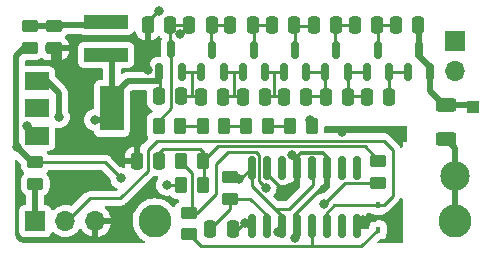
<source format=gtl>
G04 #@! TF.GenerationSoftware,KiCad,Pcbnew,5.99.0-unknown-f7cc6d1e1e~106~ubuntu20.04.1*
G04 #@! TF.CreationDate,2021-04-14T19:56:09+09:00*
G04 #@! TF.ProjectId,OpenHVPS-5,4f70656e-4856-4505-932d-352e6b696361,V1.2.0*
G04 #@! TF.SameCoordinates,Original*
G04 #@! TF.FileFunction,Copper,L1,Top*
G04 #@! TF.FilePolarity,Positive*
%FSLAX46Y46*%
G04 Gerber Fmt 4.6, Leading zero omitted, Abs format (unit mm)*
G04 Created by KiCad (PCBNEW 5.99.0-unknown-f7cc6d1e1e~106~ubuntu20.04.1) date 2021-04-14 19:56:09*
%MOMM*%
%LPD*%
G01*
G04 APERTURE LIST*
G04 Aperture macros list*
%AMRoundRect*
0 Rectangle with rounded corners*
0 $1 Rounding radius*
0 $2 $3 $4 $5 $6 $7 $8 $9 X,Y pos of 4 corners*
0 Add a 4 corners polygon primitive as box body*
4,1,4,$2,$3,$4,$5,$6,$7,$8,$9,$2,$3,0*
0 Add four circle primitives for the rounded corners*
1,1,$1+$1,$2,$3*
1,1,$1+$1,$4,$5*
1,1,$1+$1,$6,$7*
1,1,$1+$1,$8,$9*
0 Add four rect primitives between the rounded corners*
20,1,$1+$1,$2,$3,$4,$5,0*
20,1,$1+$1,$4,$5,$6,$7,0*
20,1,$1+$1,$6,$7,$8,$9,0*
20,1,$1+$1,$8,$9,$2,$3,0*%
G04 Aperture macros list end*
G04 #@! TA.AperFunction,SMDPad,CuDef*
%ADD10RoundRect,0.250000X-0.250000X-0.475000X0.250000X-0.475000X0.250000X0.475000X-0.250000X0.475000X0*%
G04 #@! TD*
G04 #@! TA.AperFunction,SMDPad,CuDef*
%ADD11RoundRect,0.250000X0.450000X-0.262500X0.450000X0.262500X-0.450000X0.262500X-0.450000X-0.262500X0*%
G04 #@! TD*
G04 #@! TA.AperFunction,ComponentPad*
%ADD12R,1.700000X1.700000*%
G04 #@! TD*
G04 #@! TA.AperFunction,ComponentPad*
%ADD13O,1.700000X1.700000*%
G04 #@! TD*
G04 #@! TA.AperFunction,ComponentPad*
%ADD14C,2.500000*%
G04 #@! TD*
G04 #@! TA.AperFunction,ComponentPad*
%ADD15C,2.800000*%
G04 #@! TD*
G04 #@! TA.AperFunction,SMDPad,CuDef*
%ADD16RoundRect,0.150000X0.150000X-0.587500X0.150000X0.587500X-0.150000X0.587500X-0.150000X-0.587500X0*%
G04 #@! TD*
G04 #@! TA.AperFunction,SMDPad,CuDef*
%ADD17RoundRect,0.250000X-0.450000X0.262500X-0.450000X-0.262500X0.450000X-0.262500X0.450000X0.262500X0*%
G04 #@! TD*
G04 #@! TA.AperFunction,SMDPad,CuDef*
%ADD18RoundRect,0.250000X0.262500X0.450000X-0.262500X0.450000X-0.262500X-0.450000X0.262500X-0.450000X0*%
G04 #@! TD*
G04 #@! TA.AperFunction,SMDPad,CuDef*
%ADD19RoundRect,0.250000X-0.475000X0.250000X-0.475000X-0.250000X0.475000X-0.250000X0.475000X0.250000X0*%
G04 #@! TD*
G04 #@! TA.AperFunction,SMDPad,CuDef*
%ADD20RoundRect,0.250000X-0.625000X0.312500X-0.625000X-0.312500X0.625000X-0.312500X0.625000X0.312500X0*%
G04 #@! TD*
G04 #@! TA.AperFunction,SMDPad,CuDef*
%ADD21R,3.700000X1.200000*%
G04 #@! TD*
G04 #@! TA.AperFunction,SMDPad,CuDef*
%ADD22RoundRect,0.250000X-0.262500X-0.450000X0.262500X-0.450000X0.262500X0.450000X-0.262500X0.450000X0*%
G04 #@! TD*
G04 #@! TA.AperFunction,SMDPad,CuDef*
%ADD23RoundRect,0.150000X0.150000X-0.825000X0.150000X0.825000X-0.150000X0.825000X-0.150000X-0.825000X0*%
G04 #@! TD*
G04 #@! TA.AperFunction,SMDPad,CuDef*
%ADD24R,2.000000X1.500000*%
G04 #@! TD*
G04 #@! TA.AperFunction,SMDPad,CuDef*
%ADD25R,2.000000X3.800000*%
G04 #@! TD*
G04 #@! TA.AperFunction,SMDPad,CuDef*
%ADD26R,0.450000X0.600000*%
G04 #@! TD*
G04 #@! TA.AperFunction,SMDPad,CuDef*
%ADD27R,1.000000X1.000000*%
G04 #@! TD*
G04 #@! TA.AperFunction,SMDPad,CuDef*
%ADD28RoundRect,0.250000X0.250000X0.475000X-0.250000X0.475000X-0.250000X-0.475000X0.250000X-0.475000X0*%
G04 #@! TD*
G04 #@! TA.AperFunction,ViaPad*
%ADD29C,0.800000*%
G04 #@! TD*
G04 #@! TA.AperFunction,Conductor*
%ADD30C,0.250000*%
G04 #@! TD*
G04 #@! TA.AperFunction,Conductor*
%ADD31C,0.330200*%
G04 #@! TD*
G04 #@! TA.AperFunction,Conductor*
%ADD32C,0.500000*%
G04 #@! TD*
G04 APERTURE END LIST*
D10*
X146050000Y-65050000D03*
X147950000Y-65050000D03*
D11*
X128500000Y-72413500D03*
X128500000Y-70588500D03*
D12*
X164060000Y-60325000D03*
D13*
X164060000Y-62865000D03*
D10*
X142530000Y-65050000D03*
X144430000Y-65050000D03*
D14*
X164060000Y-71755000D03*
D15*
X164060000Y-75565000D03*
D16*
X156550000Y-62937500D03*
X158450000Y-62937500D03*
X157500000Y-61062500D03*
X142550000Y-62937500D03*
X144450000Y-62937500D03*
X143500000Y-61062500D03*
D10*
X148530000Y-59000000D03*
X150430000Y-59000000D03*
X149560000Y-65050000D03*
X151460000Y-65050000D03*
D17*
X157520000Y-70520000D03*
X157520000Y-72345000D03*
D10*
X145020000Y-59010000D03*
X146920000Y-59010000D03*
D16*
X139004000Y-62913500D03*
X140904000Y-62913500D03*
X139954000Y-61038500D03*
D18*
X148182500Y-67520000D03*
X146357500Y-67520000D03*
D11*
X128020000Y-60912500D03*
X128020000Y-59087500D03*
D18*
X151932500Y-67520000D03*
X150107500Y-67520000D03*
D17*
X145020000Y-71857500D03*
X145020000Y-73682500D03*
D10*
X153080000Y-65050000D03*
X154980000Y-65050000D03*
D16*
X149550000Y-62937500D03*
X151450000Y-62937500D03*
X150500000Y-61062500D03*
D15*
X138660000Y-75565000D03*
D16*
X153050000Y-62937500D03*
X154950000Y-62937500D03*
X154000000Y-61062500D03*
D10*
X138030000Y-58990000D03*
X139930000Y-58990000D03*
D19*
X130100000Y-59050000D03*
X130100000Y-60950000D03*
D12*
X128500000Y-75565000D03*
D13*
X131040000Y-75565000D03*
X133580000Y-75565000D03*
D20*
X163298000Y-65720500D03*
X163298000Y-68645500D03*
D10*
X156580000Y-65050000D03*
X158480000Y-65050000D03*
D18*
X142682500Y-72520000D03*
X140857500Y-72520000D03*
D10*
X138980000Y-65010000D03*
X140880000Y-65010000D03*
X152060000Y-59010000D03*
X153960000Y-59010000D03*
D21*
X134500000Y-58700000D03*
X134500000Y-61500000D03*
D11*
X141520000Y-76682500D03*
X141520000Y-74857500D03*
D22*
X138945500Y-67520000D03*
X140770500Y-67520000D03*
D10*
X159020000Y-59000000D03*
X160920000Y-59000000D03*
D18*
X144520500Y-67520000D03*
X142695500Y-67520000D03*
X142682500Y-70520000D03*
X140857500Y-70520000D03*
D10*
X155540000Y-59000000D03*
X157440000Y-59000000D03*
D23*
X146825000Y-75995000D03*
X148095000Y-75995000D03*
X149365000Y-75995000D03*
X150635000Y-75995000D03*
X151905000Y-75995000D03*
X153175000Y-75995000D03*
X154445000Y-75995000D03*
X155715000Y-75995000D03*
X155715000Y-71045000D03*
X154445000Y-71045000D03*
X153175000Y-71045000D03*
X151905000Y-71045000D03*
X150635000Y-71045000D03*
X149365000Y-71045000D03*
X148095000Y-71045000D03*
X146825000Y-71045000D03*
D24*
X128676000Y-63740000D03*
X128676000Y-68340000D03*
D25*
X134976000Y-66040000D03*
D24*
X128676000Y-66040000D03*
D16*
X160050000Y-62937500D03*
X161950000Y-62937500D03*
X161000000Y-61062500D03*
D26*
X157520000Y-76320000D03*
X157520000Y-74220000D03*
D27*
X165584000Y-65913000D03*
D28*
X139020000Y-70520000D03*
X137120000Y-70520000D03*
D10*
X141530000Y-58990000D03*
X143430000Y-58990000D03*
D16*
X146050000Y-62937500D03*
X147950000Y-62937500D03*
X147000000Y-61062500D03*
D10*
X143320000Y-76270000D03*
X145220000Y-76270000D03*
D29*
X154500000Y-68000000D03*
X146270000Y-75770000D03*
X150270000Y-70020000D03*
X150520000Y-77020000D03*
X132770000Y-72770000D03*
X138020000Y-62770000D03*
X156270000Y-75520000D03*
X150368200Y-72621800D03*
X135770000Y-70520000D03*
X130270000Y-62270000D03*
X139020000Y-57770000D03*
X133520000Y-67020000D03*
X139634500Y-72517000D03*
X135764700Y-71941100D03*
X126920900Y-69342400D03*
X148020000Y-72770000D03*
X130520000Y-66770000D03*
X151770000Y-67020000D03*
X149020000Y-76520000D03*
X145770000Y-72020000D03*
X152919800Y-74131600D03*
X127770000Y-67520000D03*
X140750000Y-59750000D03*
D30*
X143320000Y-76270000D02*
X145020000Y-74570000D01*
X148095000Y-75095000D02*
X146682500Y-73682500D01*
X148095000Y-76695000D02*
X148095000Y-75995000D01*
X145020000Y-74570000D02*
X145020000Y-73682500D01*
X148095000Y-75995000D02*
X148095000Y-75095000D01*
X146682500Y-73682500D02*
X145020000Y-73682500D01*
D31*
X150520000Y-75020000D02*
X150520000Y-75880000D01*
X153175000Y-71045000D02*
X153175000Y-72365000D01*
D32*
X130500000Y-62040000D02*
X130270000Y-62270000D01*
D31*
X153175000Y-72365000D02*
X150520000Y-75020000D01*
X149970000Y-73020000D02*
X150368200Y-72621800D01*
X148095000Y-71045000D02*
X148095000Y-71595000D01*
D32*
X130500000Y-60950000D02*
X130500000Y-62040000D01*
D31*
X155795000Y-75995000D02*
X155715000Y-75995000D01*
X146825000Y-76467000D02*
X146825000Y-75995000D01*
X146495000Y-75995000D02*
X146825000Y-75995000D01*
X156270000Y-75520000D02*
X155795000Y-75995000D01*
X135770000Y-70520000D02*
X137120000Y-70520000D01*
X138020000Y-59030000D02*
X138050000Y-59000000D01*
X151000000Y-69770000D02*
X152830000Y-69770000D01*
X145770000Y-76270000D02*
X146270000Y-75770000D01*
X146270000Y-75770000D02*
X146495000Y-75995000D01*
X150520000Y-75880000D02*
X150635000Y-75995000D01*
X148095000Y-71595000D02*
X149520000Y-73020000D01*
X138050000Y-59000000D02*
X138050000Y-58650000D01*
X152830000Y-69770000D02*
X153175000Y-70115000D01*
X157270000Y-75520000D02*
X156270000Y-75520000D01*
X138050000Y-58740000D02*
X139020000Y-57770000D01*
X138020000Y-62770000D02*
X138020000Y-59030000D01*
X138050000Y-59000000D02*
X138050000Y-58740000D01*
X150635000Y-70135000D02*
X151000000Y-69770000D01*
X145220000Y-76270000D02*
X145770000Y-76270000D01*
X153175000Y-70115000D02*
X153175000Y-71045000D01*
X149520000Y-73020000D02*
X149970000Y-73020000D01*
X150635000Y-71045000D02*
X150635000Y-70135000D01*
D32*
X133800000Y-59000000D02*
X133900000Y-58900000D01*
X130500000Y-59250000D02*
X130750000Y-59000000D01*
D30*
X130462000Y-59087500D02*
X130500000Y-59050000D01*
D32*
X130500000Y-59050000D02*
X130500000Y-59250000D01*
X130750000Y-59000000D02*
X133800000Y-59000000D01*
X128000000Y-59087500D02*
X130462000Y-59087500D01*
D30*
X134050000Y-59050000D02*
X134500000Y-58600000D01*
D32*
X134976000Y-64064000D02*
X134976000Y-61876000D01*
D30*
X134568000Y-61468000D02*
X134500000Y-61400000D01*
X139050000Y-64030000D02*
X139050000Y-65000000D01*
X139088000Y-63656000D02*
X139088000Y-63992000D01*
D32*
X134976000Y-66040000D02*
X134976000Y-64064000D01*
D30*
X134500000Y-61400000D02*
X134609000Y-61400000D01*
X138873000Y-63726000D02*
X138943000Y-63656000D01*
D32*
X136314000Y-63726000D02*
X134976000Y-65064000D01*
D30*
X133400000Y-61400000D02*
X134500000Y-61400000D01*
X134976000Y-64064000D02*
X134976000Y-66040000D01*
D32*
X138873000Y-63726000D02*
X136314000Y-63726000D01*
D30*
X139088000Y-63992000D02*
X139050000Y-64030000D01*
D32*
X133520000Y-67020000D02*
X133996000Y-67020000D01*
D30*
X139004000Y-63595400D02*
X139004000Y-62913500D01*
X138943000Y-63656000D02*
X139088000Y-63656000D01*
X139088000Y-63992000D02*
X139088000Y-64328000D01*
X138943000Y-63656000D02*
X139004000Y-63595400D01*
X134568000Y-61468000D02*
X134500000Y-61400000D01*
X134976000Y-61876000D02*
X134568000Y-61468000D01*
D32*
X134976000Y-65064000D02*
X134976000Y-66040000D01*
D30*
X141756000Y-65000000D02*
X141810000Y-64945500D01*
X141810000Y-62913500D02*
X142526000Y-62913500D01*
X142676000Y-65000000D02*
X142638000Y-65000000D01*
X141810000Y-64945500D02*
X141810000Y-62913500D01*
X142628000Y-62859000D02*
X142550000Y-62937500D01*
X142638000Y-65000000D02*
X141756000Y-65000000D01*
X140950000Y-65000000D02*
X140912000Y-65000000D01*
X141756000Y-65000000D02*
X140950000Y-65000000D01*
X140904000Y-62913500D02*
X141810000Y-62913500D01*
X142526000Y-62913500D02*
X142550000Y-62937500D01*
D32*
X126900000Y-61556000D02*
X127523500Y-60932500D01*
D30*
X134412100Y-70588500D02*
X128500000Y-70588500D01*
D32*
X127523500Y-60932500D02*
X128020000Y-60932500D01*
D30*
X128000000Y-60912500D02*
X127391000Y-60912500D01*
X139634500Y-72517000D02*
X139637500Y-72520000D01*
X139637500Y-72520000D02*
X140945500Y-72520000D01*
D32*
X126756000Y-69342400D02*
X126900000Y-69198400D01*
D30*
X128499000Y-70587500D02*
X128500000Y-70588500D01*
D32*
X128412000Y-70500000D02*
X128100000Y-70500000D01*
D30*
X128151000Y-70587500D02*
X128499000Y-70587500D01*
X128500000Y-70587500D02*
X128412000Y-70500000D01*
X126920900Y-69342400D02*
X126756000Y-69342400D01*
X135764700Y-71941100D02*
X134412100Y-70588500D01*
D32*
X128100000Y-70500000D02*
X126942400Y-69342400D01*
X126942400Y-69342400D02*
X126920900Y-69342400D01*
D30*
X128499000Y-70587500D02*
X128500000Y-70587500D01*
X127391000Y-60912500D02*
X128000000Y-60912500D01*
D32*
X126900000Y-69198400D02*
X126900000Y-61556000D01*
D30*
X141770000Y-71520000D02*
X141770000Y-74607500D01*
X143770000Y-70730000D02*
X144800000Y-69700000D01*
X142182500Y-74857500D02*
X143770000Y-73270000D01*
X141770000Y-74607500D02*
X141520000Y-74857500D01*
X147450000Y-72200000D02*
X148020000Y-72770000D01*
X143770000Y-73270000D02*
X143770000Y-70730000D01*
X147200000Y-69700000D02*
X147450000Y-69950000D01*
X140857500Y-70520000D02*
X140857500Y-70607500D01*
X144800000Y-69700000D02*
X147200000Y-69700000D01*
X147450000Y-69950000D02*
X147450000Y-72200000D01*
X140857500Y-70607500D02*
X141770000Y-71520000D01*
X128777000Y-63740000D02*
X128676000Y-63740000D01*
X129490000Y-63740000D02*
X128777000Y-63740000D01*
D32*
X130520000Y-64770000D02*
X129490000Y-63740000D01*
X130520000Y-66770000D02*
X130520000Y-64770000D01*
D30*
X128777000Y-63740000D02*
X128676000Y-63740000D01*
X151905000Y-77155000D02*
X151905000Y-75995000D01*
X151974000Y-77724000D02*
X142561500Y-77724000D01*
X156116000Y-77724000D02*
X155974000Y-77724000D01*
X142561500Y-77724000D02*
X141520000Y-76682500D01*
X151905000Y-77655000D02*
X151974000Y-77724000D01*
X155974000Y-77724000D02*
X151974000Y-77724000D01*
X151905000Y-75995000D02*
X151905000Y-77655000D01*
X157520000Y-76320000D02*
X156116000Y-77724000D01*
D32*
X164060000Y-69407500D02*
X164060000Y-71755000D01*
X163298000Y-68645500D02*
X164060000Y-69407500D01*
X164060000Y-71755000D02*
X164060000Y-75565000D01*
D30*
X144520000Y-67520000D02*
X144520500Y-67520000D01*
X144520500Y-67520000D02*
X146357500Y-67520000D01*
X146357500Y-67520000D02*
X146358000Y-67520000D01*
X142770000Y-70432500D02*
X142682500Y-70520000D01*
X142682000Y-70520000D02*
X142682300Y-70520200D01*
X139020000Y-70520000D02*
X139020000Y-69770000D01*
X157520000Y-70520000D02*
X157520000Y-70370000D01*
X142770000Y-69770000D02*
X142770000Y-70432500D01*
X142450000Y-69450000D02*
X142770000Y-69770000D01*
X142770000Y-70607500D02*
X142770000Y-71476000D01*
X157520000Y-70370000D02*
X156400000Y-69250000D01*
X143952000Y-69250000D02*
X142682000Y-70520000D01*
X139020000Y-69770000D02*
X139340000Y-69450000D01*
X142770000Y-71563700D02*
X142770000Y-72520000D01*
X139340000Y-69450000D02*
X142450000Y-69450000D01*
X142682300Y-70520200D02*
X142770000Y-70607500D01*
X142682500Y-70520000D02*
X142682300Y-70520200D01*
X156400000Y-69250000D02*
X143952000Y-69250000D01*
X151932500Y-67182500D02*
X151932500Y-67520000D01*
X151770000Y-67020000D02*
X151932500Y-67182500D01*
X158020000Y-68770000D02*
X138780300Y-68770000D01*
X157997300Y-74220000D02*
X158770000Y-73447300D01*
X153820000Y-74220000D02*
X153175000Y-74865000D01*
X138020000Y-69530300D02*
X138020000Y-71308350D01*
X131225000Y-75565000D02*
X131040000Y-75565000D01*
X135674550Y-73653800D02*
X133136200Y-73653800D01*
X133136200Y-73653800D02*
X131225000Y-75565000D01*
X138020000Y-71308350D02*
X135674550Y-73653800D01*
X138780300Y-68770000D02*
X138020000Y-69530300D01*
X157520000Y-74220000D02*
X157997300Y-74220000D01*
X157520000Y-74220000D02*
X153820000Y-74220000D01*
X158770000Y-73447300D02*
X158770000Y-69520000D01*
X153175000Y-74865000D02*
X153175000Y-75995000D01*
X158770000Y-69520000D02*
X158020000Y-68770000D01*
D32*
X128500000Y-72412500D02*
X128500000Y-72413500D01*
X128500000Y-72413500D02*
X128500000Y-75250000D01*
D30*
X128500000Y-75250000D02*
X128500000Y-75565000D01*
X142695000Y-67520000D02*
X142695500Y-67520000D01*
X140770000Y-67520000D02*
X140770500Y-67520000D01*
X140770500Y-67520000D02*
X142695000Y-67520000D01*
X147645000Y-73395000D02*
X149365000Y-75115000D01*
X145020000Y-71857500D02*
X146012500Y-71857500D01*
X152020000Y-72520000D02*
X152020000Y-71160000D01*
X149270000Y-75900000D02*
X149365000Y-75995000D01*
X147645000Y-73395000D02*
X148770000Y-74520000D01*
X145020000Y-71857500D02*
X145607500Y-71857500D01*
X150020000Y-74520000D02*
X152020000Y-72520000D01*
X146012500Y-71857500D02*
X146825000Y-71045000D01*
X146825000Y-71045000D02*
X146825000Y-72575000D01*
X152020000Y-71160000D02*
X151905000Y-71045000D01*
X145607500Y-71857500D02*
X145770000Y-72020000D01*
X146825000Y-72575000D02*
X147645000Y-73395000D01*
X149020000Y-76520000D02*
X149365000Y-76175000D01*
X149365000Y-75115000D02*
X149365000Y-75995000D01*
X149365000Y-76175000D02*
X149365000Y-75995000D01*
X148770000Y-74520000D02*
X150020000Y-74520000D01*
X154706400Y-72345000D02*
X157520000Y-72345000D01*
X152919800Y-74131600D02*
X154706400Y-72345000D01*
X150107500Y-67520000D02*
X150108000Y-67520000D01*
X148182000Y-67520000D02*
X148182500Y-67520000D01*
X148182500Y-67520000D02*
X150107500Y-67520000D01*
X129046000Y-68340000D02*
X129090000Y-68340000D01*
X129046000Y-68340000D02*
X129090000Y-68340000D01*
D32*
X128856000Y-68520000D02*
X128676000Y-68340000D01*
D30*
X129090000Y-68340000D02*
X129427000Y-68340000D01*
X128676000Y-68340000D02*
X129046000Y-68340000D01*
X128676000Y-68340000D02*
X129046000Y-68340000D01*
X128676000Y-68340000D02*
X129046000Y-68340000D01*
X141569000Y-59000000D02*
X141588000Y-59000000D01*
X141540000Y-59000000D02*
X141550000Y-59000000D01*
X140770000Y-59770000D02*
X141540000Y-59000000D01*
X141550000Y-59000000D02*
X141569000Y-59000000D01*
X140020000Y-61104500D02*
X139954000Y-61038500D01*
X138945000Y-67307500D02*
X138945000Y-67095000D01*
X138945000Y-67307500D02*
X138945500Y-67308000D01*
X138945000Y-67520000D02*
X138945000Y-67307500D01*
X139912000Y-59000000D02*
X139950000Y-59000000D01*
X138945000Y-67095000D02*
X140020000Y-66020000D01*
X138945500Y-67308000D02*
X138945500Y-67520000D01*
X139950000Y-59000000D02*
X141550000Y-59000000D01*
X139954000Y-60579600D02*
X139912000Y-60537600D01*
X141588000Y-59000000D02*
X141863000Y-59000000D01*
X140020000Y-66020000D02*
X140020000Y-61104500D01*
X141750000Y-59200000D02*
X141550000Y-59000000D01*
X139912000Y-60537600D02*
X139912000Y-59000000D01*
X139954000Y-61038500D02*
X139954000Y-60579600D01*
X143450000Y-59000000D02*
X145050000Y-59000000D01*
X143412000Y-60975000D02*
X143412000Y-59000000D01*
X145050000Y-59000000D02*
X145088000Y-59000000D01*
X143500000Y-61062500D02*
X143412000Y-60975000D01*
X143412000Y-59000000D02*
X143450000Y-59000000D01*
X145294000Y-65000000D02*
X146050000Y-65000000D01*
X146050000Y-65000000D02*
X146088000Y-65000000D01*
X144500000Y-65000000D02*
X144538000Y-65000000D01*
X146050000Y-62937500D02*
X145294000Y-62937500D01*
X144538000Y-65000000D02*
X145294000Y-65000000D01*
X145294000Y-65000000D02*
X145294000Y-62937500D01*
X145294000Y-62937500D02*
X144450000Y-62937500D01*
X147000000Y-61062500D02*
X147000000Y-59087500D01*
X147088000Y-59000000D02*
X147000000Y-59087500D01*
X147000000Y-59087500D02*
X146931100Y-59019100D01*
X146931100Y-59019100D02*
X146912000Y-59000200D01*
X148588000Y-59000000D02*
X148550000Y-59000000D01*
X146950000Y-59000000D02*
X146931100Y-59018900D01*
X148550000Y-59000000D02*
X147088000Y-59000000D01*
X146931100Y-59018900D02*
X146931100Y-59019100D01*
X148750000Y-65000000D02*
X149550000Y-65000000D01*
X147950000Y-62937500D02*
X148750000Y-62937500D01*
X148750000Y-62937500D02*
X149550000Y-62937500D01*
X147950000Y-65000000D02*
X148750000Y-65000000D01*
X147912000Y-65000000D02*
X147950000Y-65000000D01*
X149550000Y-65000000D02*
X149588000Y-65000000D01*
X148750000Y-65000000D02*
X148750000Y-62937500D01*
X150450000Y-59000000D02*
X150500000Y-59050000D01*
X152000000Y-59087500D02*
X152068900Y-59019100D01*
X152068900Y-59019100D02*
X152088000Y-59000200D01*
X152050000Y-59000000D02*
X152068900Y-59018900D01*
X150500000Y-61062500D02*
X150500000Y-59087500D01*
X150500000Y-59087500D02*
X152000000Y-59087500D01*
X152068900Y-59018900D02*
X152068900Y-59019100D01*
X150500000Y-59050000D02*
X150500000Y-59087500D01*
X151450000Y-65000000D02*
X153050000Y-65000000D01*
X153050000Y-65000000D02*
X153088000Y-65000000D01*
X153050000Y-65000000D02*
X153050000Y-62937500D01*
X153050000Y-62937500D02*
X151450000Y-62937500D01*
X151412000Y-65000000D02*
X151450000Y-65000000D01*
X155638000Y-59000000D02*
X155676000Y-59000000D01*
X154000000Y-61062500D02*
X153912000Y-60975000D01*
X153912000Y-60975000D02*
X153912000Y-59000000D01*
X153912000Y-59000000D02*
X153950000Y-59000000D01*
X153950000Y-59000000D02*
X155638000Y-59000000D01*
X156676000Y-65000000D02*
X156638000Y-65000000D01*
X154950000Y-62937500D02*
X156550000Y-62937500D01*
X156638000Y-65000000D02*
X154950000Y-65000000D01*
X154950000Y-65000000D02*
X154912000Y-65000000D01*
X154950000Y-65000000D02*
X154950000Y-62937500D01*
X157538000Y-59000000D02*
X157500000Y-59000000D01*
X157500000Y-59000000D02*
X157500000Y-61062500D01*
X159088000Y-59000000D02*
X159050000Y-59000000D01*
X159050000Y-59000000D02*
X157538000Y-59000000D01*
X160050000Y-62937500D02*
X158450000Y-62937500D01*
X158538000Y-65000000D02*
X158500000Y-65000000D01*
X158450000Y-64949500D02*
X158450000Y-62937500D01*
X158500000Y-65000000D02*
X158450000Y-64949500D01*
D32*
X161000000Y-61583000D02*
X161000000Y-61062500D01*
D30*
X161000000Y-59956200D02*
X161000000Y-59087500D01*
D32*
X161950000Y-62937500D02*
X161950000Y-62533000D01*
X161950000Y-64565000D02*
X161950000Y-62937500D01*
D30*
X165391500Y-65720500D02*
X165584000Y-65913000D01*
D32*
X163298000Y-65720500D02*
X165391500Y-65720500D01*
X161950000Y-62533000D02*
X161000000Y-61583000D01*
D30*
X161000000Y-59087500D02*
X160912000Y-59000200D01*
D32*
X163298000Y-65913000D02*
X161950000Y-64565000D01*
D30*
X162000000Y-62887500D02*
X161950000Y-62937500D01*
X160950000Y-60006200D02*
X161000000Y-59956200D01*
D32*
X160950000Y-61012500D02*
X160950000Y-60006200D01*
X160950000Y-60006200D02*
X160950000Y-59000000D01*
D30*
X160950000Y-61012500D02*
X161000000Y-61062500D01*
G04 #@! TA.AperFunction,Conductor*
G36*
X126954512Y-70427647D02*
G01*
X126961095Y-70433776D01*
X127254595Y-70727276D01*
X127288621Y-70789588D01*
X127291500Y-70816371D01*
X127291500Y-70893886D01*
X127306978Y-71026643D01*
X127309474Y-71033521D01*
X127309475Y-71033523D01*
X127316827Y-71053778D01*
X127367313Y-71192864D01*
X127464269Y-71340747D01*
X127469581Y-71345779D01*
X127535480Y-71408206D01*
X127571178Y-71469576D01*
X127568030Y-71540502D01*
X127540300Y-71586332D01*
X127438642Y-71693645D01*
X127349825Y-71846555D01*
X127298567Y-72015796D01*
X127297992Y-72022236D01*
X127297992Y-72022237D01*
X127296853Y-72035006D01*
X127291500Y-72094978D01*
X127291500Y-72718886D01*
X127306978Y-72851643D01*
X127309474Y-72858521D01*
X127309475Y-72858523D01*
X127346924Y-72961694D01*
X127367313Y-73017864D01*
X127412522Y-73086819D01*
X127453719Y-73149655D01*
X127464269Y-73165747D01*
X127592645Y-73287358D01*
X127627623Y-73307675D01*
X127678786Y-73337393D01*
X127727644Y-73388904D01*
X127741500Y-73446347D01*
X127741500Y-74077646D01*
X127721498Y-74145767D01*
X127667842Y-74192260D01*
X127624489Y-74203325D01*
X127576921Y-74206727D01*
X127524780Y-74222037D01*
X127445330Y-74245365D01*
X127445328Y-74245366D01*
X127436684Y-74247904D01*
X127416350Y-74260972D01*
X127321309Y-74322051D01*
X127321306Y-74322053D01*
X127313729Y-74326923D01*
X127307828Y-74333733D01*
X127223918Y-74430569D01*
X127223916Y-74430572D01*
X127218016Y-74437381D01*
X127214272Y-74445579D01*
X127175599Y-74530262D01*
X127157300Y-74570330D01*
X127156018Y-74579245D01*
X127156018Y-74579246D01*
X127137139Y-74710552D01*
X127137138Y-74710559D01*
X127136500Y-74715000D01*
X127136500Y-76415000D01*
X127141727Y-76488079D01*
X127145191Y-76499875D01*
X127179338Y-76616170D01*
X127182904Y-76628316D01*
X127187775Y-76635895D01*
X127257051Y-76743691D01*
X127257053Y-76743694D01*
X127261923Y-76751271D01*
X127268733Y-76757172D01*
X127365569Y-76841082D01*
X127365572Y-76841084D01*
X127372381Y-76846984D01*
X127380579Y-76850728D01*
X127492998Y-76902068D01*
X127505330Y-76907700D01*
X127514245Y-76908982D01*
X127514246Y-76908982D01*
X127645552Y-76927861D01*
X127645559Y-76927862D01*
X127650000Y-76928500D01*
X129350000Y-76928500D01*
X129423079Y-76923273D01*
X129515636Y-76896096D01*
X129554670Y-76884635D01*
X129554672Y-76884634D01*
X129563316Y-76882096D01*
X129630446Y-76838954D01*
X129678691Y-76807949D01*
X129678694Y-76807947D01*
X129686271Y-76803077D01*
X129712451Y-76772864D01*
X129776082Y-76699431D01*
X129776084Y-76699428D01*
X129781984Y-76692619D01*
X129842700Y-76559670D01*
X129843320Y-76555360D01*
X129880432Y-76497610D01*
X129945012Y-76468117D01*
X130015286Y-76478220D01*
X130047335Y-76499270D01*
X130215629Y-76651069D01*
X130410406Y-76774439D01*
X130623184Y-76863228D01*
X130628387Y-76864425D01*
X130628392Y-76864426D01*
X130842678Y-76913701D01*
X130842683Y-76913702D01*
X130847881Y-76914897D01*
X130853209Y-76915200D01*
X130853212Y-76915200D01*
X131003877Y-76923755D01*
X131078071Y-76927968D01*
X131083378Y-76927368D01*
X131083380Y-76927368D01*
X131204272Y-76913701D01*
X131307173Y-76902068D01*
X131312288Y-76900587D01*
X131312292Y-76900586D01*
X131437161Y-76864426D01*
X131528635Y-76837937D01*
X131736125Y-76737409D01*
X131740463Y-76734309D01*
X131740468Y-76734306D01*
X131894197Y-76624448D01*
X131923711Y-76603357D01*
X132086030Y-76439617D01*
X132195486Y-76283587D01*
X132207953Y-76265816D01*
X132263449Y-76221536D01*
X132334075Y-76214289D01*
X132397407Y-76246375D01*
X132421781Y-76277958D01*
X132439550Y-76310617D01*
X132445402Y-76319491D01*
X132581486Y-76492113D01*
X132588750Y-76499875D01*
X132751967Y-76647094D01*
X132760444Y-76653528D01*
X132946122Y-76771136D01*
X132955567Y-76776053D01*
X133158406Y-76860694D01*
X133168545Y-76863950D01*
X133308345Y-76896096D01*
X133322422Y-76895257D01*
X133326000Y-76885999D01*
X133326000Y-75832548D01*
X133834000Y-75832548D01*
X133834000Y-76884941D01*
X133838151Y-76899079D01*
X133848798Y-76900774D01*
X133852192Y-76900096D01*
X134063333Y-76838954D01*
X134073259Y-76835143D01*
X134271065Y-76739307D01*
X134280212Y-76733876D01*
X134459041Y-76606083D01*
X134467149Y-76599182D01*
X134621893Y-76443082D01*
X134628706Y-76434933D01*
X134754940Y-76254988D01*
X134760295Y-76245787D01*
X134854399Y-76047156D01*
X134858123Y-76037197D01*
X134915968Y-75830718D01*
X134914430Y-75822351D01*
X134902137Y-75819000D01*
X133852115Y-75819000D01*
X133836876Y-75823475D01*
X133835671Y-75824865D01*
X133834000Y-75832548D01*
X133326000Y-75832548D01*
X133326000Y-75437000D01*
X133346002Y-75368879D01*
X133399658Y-75322386D01*
X133452000Y-75311000D01*
X134899079Y-75311000D01*
X134912610Y-75307027D01*
X134913876Y-75298218D01*
X134866954Y-75117433D01*
X134863419Y-75107395D01*
X134773147Y-74906998D01*
X134767967Y-74897692D01*
X134645218Y-74715366D01*
X134638557Y-74707080D01*
X134486830Y-74548030D01*
X134478873Y-74540990D01*
X134443120Y-74514389D01*
X134400407Y-74457679D01*
X134395134Y-74386878D01*
X134428977Y-74324466D01*
X134491189Y-74290259D01*
X134518333Y-74287300D01*
X135596166Y-74287300D01*
X135607070Y-74287814D01*
X135614461Y-74289466D01*
X135622387Y-74289217D01*
X135622388Y-74289217D01*
X135681416Y-74287362D01*
X135685373Y-74287300D01*
X135714128Y-74287300D01*
X135718395Y-74286761D01*
X135730237Y-74285828D01*
X135761885Y-74284833D01*
X135766510Y-74284688D01*
X135774433Y-74284439D01*
X135793884Y-74278788D01*
X135813245Y-74274778D01*
X135815970Y-74274434D01*
X135825480Y-74273233D01*
X135825483Y-74273232D01*
X135833338Y-74272240D01*
X135840703Y-74269324D01*
X135840707Y-74269323D01*
X135874451Y-74255963D01*
X135885680Y-74252118D01*
X135928128Y-74239786D01*
X135940269Y-74232606D01*
X135945561Y-74229477D01*
X135963312Y-74220781D01*
X135974776Y-74216242D01*
X135974779Y-74216240D01*
X135982150Y-74213322D01*
X136017918Y-74187335D01*
X136027841Y-74180816D01*
X136038709Y-74174389D01*
X136065891Y-74158314D01*
X136066309Y-74157945D01*
X136080392Y-74143862D01*
X136095417Y-74131028D01*
X136111633Y-74119246D01*
X136139580Y-74085464D01*
X136147569Y-74076685D01*
X138412513Y-71811741D01*
X138420601Y-71804381D01*
X138426995Y-71800323D01*
X138458878Y-71766371D01*
X138520091Y-71730406D01*
X138587251Y-71732034D01*
X138628603Y-71744558D01*
X138628609Y-71744559D01*
X138634796Y-71746433D01*
X138641232Y-71747007D01*
X138641235Y-71747008D01*
X138711185Y-71753251D01*
X138711191Y-71753251D01*
X138713978Y-71753500D01*
X138816457Y-71753500D01*
X138884578Y-71773502D01*
X138931071Y-71827158D01*
X138941175Y-71897432D01*
X138910094Y-71963808D01*
X138895463Y-71980058D01*
X138892162Y-71985776D01*
X138804676Y-72137306D01*
X138799976Y-72145446D01*
X138740962Y-72327073D01*
X138740272Y-72333636D01*
X138740272Y-72333637D01*
X138734915Y-72384606D01*
X138721000Y-72517000D01*
X138721690Y-72523565D01*
X138729562Y-72598458D01*
X138740962Y-72706927D01*
X138743002Y-72713205D01*
X138743002Y-72713206D01*
X138761456Y-72770000D01*
X138799976Y-72888554D01*
X138895463Y-73053942D01*
X138899881Y-73058849D01*
X138899882Y-73058850D01*
X139016488Y-73188354D01*
X139023249Y-73195863D01*
X139028591Y-73199744D01*
X139028593Y-73199746D01*
X139172085Y-73303998D01*
X139177750Y-73308114D01*
X139183778Y-73310798D01*
X139183780Y-73310799D01*
X139346182Y-73383105D01*
X139352213Y-73385790D01*
X139419376Y-73400066D01*
X139532556Y-73424124D01*
X139532561Y-73424124D01*
X139539013Y-73425496D01*
X139729987Y-73425496D01*
X139736440Y-73424124D01*
X139736453Y-73424123D01*
X139871090Y-73395504D01*
X139941880Y-73400905D01*
X139998513Y-73443722D01*
X140002659Y-73449665D01*
X140004783Y-73452904D01*
X140009269Y-73459747D01*
X140137645Y-73581358D01*
X140290555Y-73670175D01*
X140459796Y-73721433D01*
X140466236Y-73722008D01*
X140466237Y-73722008D01*
X140536185Y-73728251D01*
X140536191Y-73728251D01*
X140538978Y-73728500D01*
X140586511Y-73728500D01*
X140654632Y-73748502D01*
X140701125Y-73802158D01*
X140711229Y-73872432D01*
X140681735Y-73937012D01*
X140655596Y-73959872D01*
X140580253Y-74009269D01*
X140458642Y-74137645D01*
X140369825Y-74290555D01*
X140361269Y-74318803D01*
X140361172Y-74319125D01*
X140322283Y-74378523D01*
X140257454Y-74407467D01*
X140187269Y-74396767D01*
X140140419Y-74359044D01*
X140095899Y-74300709D01*
X140095898Y-74300708D01*
X140093127Y-74297077D01*
X140087166Y-74291249D01*
X139994105Y-74200277D01*
X139895083Y-74103476D01*
X139733315Y-73985729D01*
X139674862Y-73943182D01*
X139674857Y-73943179D01*
X139671167Y-73940493D01*
X139426068Y-73811540D01*
X139164921Y-73719319D01*
X138893197Y-73665763D01*
X138888640Y-73665536D01*
X138888639Y-73665536D01*
X138621157Y-73652220D01*
X138621151Y-73652220D01*
X138616588Y-73651993D01*
X138340888Y-73678297D01*
X138336454Y-73679382D01*
X138336448Y-73679383D01*
X138086291Y-73740596D01*
X138071873Y-73744124D01*
X138067647Y-73745836D01*
X138067643Y-73745837D01*
X137819412Y-73846381D01*
X137819407Y-73846384D01*
X137815179Y-73848096D01*
X137811244Y-73850400D01*
X137811238Y-73850403D01*
X137580120Y-73985729D01*
X137576182Y-73988035D01*
X137460071Y-74080891D01*
X137366608Y-74155635D01*
X137359889Y-74161008D01*
X137170832Y-74363393D01*
X137117838Y-74439783D01*
X137015573Y-74587196D01*
X137015570Y-74587201D01*
X137012970Y-74590949D01*
X137010938Y-74595034D01*
X137010936Y-74595037D01*
X136957201Y-74703049D01*
X136889611Y-74838911D01*
X136888190Y-74843245D01*
X136888189Y-74843248D01*
X136810735Y-75079522D01*
X136803339Y-75102082D01*
X136802559Y-75106573D01*
X136802559Y-75106574D01*
X136802140Y-75108989D01*
X136755961Y-75374952D01*
X136755838Y-75379510D01*
X136748824Y-75638733D01*
X136748470Y-75651802D01*
X136749005Y-75656320D01*
X136749005Y-75656326D01*
X136770066Y-75834269D01*
X136781022Y-75926834D01*
X136782206Y-75931236D01*
X136782207Y-75931243D01*
X136785427Y-75943217D01*
X136852936Y-76194286D01*
X136962705Y-76448556D01*
X137108029Y-76684317D01*
X137285865Y-76896629D01*
X137492487Y-77081046D01*
X137723567Y-77233705D01*
X137723289Y-77234126D01*
X137770837Y-77282790D01*
X137785123Y-77352334D01*
X137759543Y-77418563D01*
X137702218Y-77460447D01*
X137659584Y-77467889D01*
X133285528Y-77468819D01*
X127820524Y-77469982D01*
X127798876Y-77468112D01*
X127785461Y-77465774D01*
X127780594Y-77465686D01*
X127683864Y-77463937D01*
X127676255Y-77463569D01*
X127658659Y-77462184D01*
X127648836Y-77461022D01*
X127559817Y-77446923D01*
X127519028Y-77440463D01*
X127509320Y-77438531D01*
X127505660Y-77437652D01*
X127496148Y-77434969D01*
X127371155Y-77394356D01*
X127361886Y-77390937D01*
X127361757Y-77390884D01*
X127358426Y-77389504D01*
X127349436Y-77385360D01*
X127232321Y-77325686D01*
X127223681Y-77320847D01*
X127220493Y-77318893D01*
X127212277Y-77313403D01*
X127166279Y-77279984D01*
X127105936Y-77236142D01*
X127098181Y-77230028D01*
X127095309Y-77227575D01*
X127088055Y-77220869D01*
X126995127Y-77127940D01*
X126988412Y-77120676D01*
X126985971Y-77117818D01*
X126979846Y-77110048D01*
X126966136Y-77091177D01*
X126936307Y-77050122D01*
X126902599Y-77003726D01*
X126897105Y-76995504D01*
X126895150Y-76992314D01*
X126890313Y-76983678D01*
X126830641Y-76866566D01*
X126826494Y-76857569D01*
X126825060Y-76854106D01*
X126821641Y-76844837D01*
X126781030Y-76719852D01*
X126778350Y-76710353D01*
X126777466Y-76706669D01*
X126775539Y-76696985D01*
X126754977Y-76567156D01*
X126753814Y-76557332D01*
X126752431Y-76539758D01*
X126752064Y-76532152D01*
X126750366Y-76438299D01*
X126750285Y-76433816D01*
X126747616Y-76417312D01*
X126746000Y-76397197D01*
X126746000Y-70522871D01*
X126766002Y-70454750D01*
X126819658Y-70408257D01*
X126889932Y-70398153D01*
X126954512Y-70427647D01*
G37*
G04 #@! TD.AperFunction*
G04 #@! TA.AperFunction,Conductor*
G36*
X159549796Y-73642536D02*
G01*
X159592181Y-73699492D01*
X159600000Y-73743188D01*
X159600000Y-77337249D01*
X159579998Y-77405370D01*
X159526342Y-77451863D01*
X159474028Y-77463249D01*
X157576466Y-77463652D01*
X157508343Y-77443665D01*
X157461839Y-77390020D01*
X157451720Y-77319748D01*
X157481199Y-77255161D01*
X157487346Y-77248558D01*
X157565499Y-77170405D01*
X157627811Y-77136379D01*
X157654594Y-77133500D01*
X157745000Y-77133500D01*
X157818079Y-77128273D01*
X157896165Y-77105345D01*
X157949670Y-77089635D01*
X157949672Y-77089634D01*
X157958316Y-77087096D01*
X158016902Y-77049445D01*
X158073691Y-77012949D01*
X158073694Y-77012947D01*
X158081271Y-77008077D01*
X158098767Y-76987886D01*
X158171082Y-76904431D01*
X158171084Y-76904428D01*
X158176984Y-76897619D01*
X158180728Y-76889421D01*
X158233958Y-76772864D01*
X158233958Y-76772863D01*
X158237700Y-76764670D01*
X158238982Y-76755754D01*
X158257861Y-76624448D01*
X158257862Y-76624441D01*
X158258500Y-76620000D01*
X158258500Y-76020000D01*
X158253273Y-75946921D01*
X158220196Y-75834269D01*
X158214635Y-75815330D01*
X158214634Y-75815328D01*
X158212096Y-75806684D01*
X158163687Y-75731358D01*
X158137949Y-75691309D01*
X158137947Y-75691306D01*
X158133077Y-75683729D01*
X158115479Y-75668480D01*
X158029431Y-75593918D01*
X158029428Y-75593916D01*
X158022619Y-75588016D01*
X157889670Y-75527300D01*
X157880755Y-75526018D01*
X157880754Y-75526018D01*
X157749448Y-75507139D01*
X157749441Y-75507138D01*
X157745000Y-75506500D01*
X157295000Y-75506500D01*
X157221921Y-75511727D01*
X157168884Y-75527300D01*
X157090330Y-75550365D01*
X157090328Y-75550366D01*
X157081684Y-75552904D01*
X157043528Y-75577426D01*
X156966309Y-75627051D01*
X156966306Y-75627053D01*
X156958729Y-75631923D01*
X156952828Y-75638733D01*
X156868918Y-75735569D01*
X156868916Y-75735572D01*
X156863016Y-75742381D01*
X156802300Y-75875330D01*
X156801018Y-75884245D01*
X156801018Y-75884246D01*
X156782139Y-76015552D01*
X156782138Y-76015559D01*
X156781500Y-76020000D01*
X156781500Y-76110406D01*
X156761498Y-76178527D01*
X156744595Y-76199501D01*
X156694535Y-76249561D01*
X156632223Y-76283587D01*
X156561408Y-76278522D01*
X156522928Y-76255691D01*
X156517135Y-76250671D01*
X156509452Y-76249000D01*
X155587000Y-76249000D01*
X155518879Y-76228998D01*
X155472386Y-76175342D01*
X155461000Y-76123000D01*
X155461000Y-75867000D01*
X155481002Y-75798879D01*
X155534658Y-75752386D01*
X155587000Y-75741000D01*
X156504885Y-75741000D01*
X156520124Y-75736525D01*
X156521329Y-75735135D01*
X156523000Y-75727452D01*
X156523000Y-75134379D01*
X156522503Y-75126489D01*
X156508165Y-75012986D01*
X156507612Y-75010833D01*
X156507672Y-75009085D01*
X156507171Y-75005119D01*
X156507811Y-75005038D01*
X156510046Y-74939878D01*
X156550454Y-74881503D01*
X156616008Y-74854241D01*
X156629654Y-74853500D01*
X156856729Y-74853500D01*
X156924850Y-74873502D01*
X156939242Y-74884276D01*
X157010569Y-74946082D01*
X157010572Y-74946084D01*
X157017381Y-74951984D01*
X157025579Y-74955728D01*
X157133553Y-75005038D01*
X157150330Y-75012700D01*
X157159245Y-75013982D01*
X157159246Y-75013982D01*
X157290552Y-75032861D01*
X157290559Y-75032862D01*
X157295000Y-75033500D01*
X157745000Y-75033500D01*
X157818079Y-75028273D01*
X157915748Y-74999595D01*
X157949670Y-74989635D01*
X157949672Y-74989634D01*
X157958316Y-74987096D01*
X157996472Y-74962574D01*
X158073691Y-74912949D01*
X158073694Y-74912947D01*
X158081271Y-74908077D01*
X158111231Y-74873502D01*
X158113870Y-74870457D01*
X158162709Y-74835819D01*
X158197200Y-74822163D01*
X158208430Y-74818318D01*
X158250878Y-74805986D01*
X158257706Y-74801948D01*
X158268311Y-74795677D01*
X158286062Y-74786981D01*
X158297526Y-74782442D01*
X158297529Y-74782440D01*
X158304900Y-74779522D01*
X158340668Y-74753535D01*
X158350591Y-74747016D01*
X158388641Y-74724514D01*
X158389059Y-74724145D01*
X158403142Y-74710062D01*
X158418167Y-74697228D01*
X158434383Y-74685446D01*
X158462330Y-74651664D01*
X158470319Y-74642885D01*
X159162513Y-73950691D01*
X159170601Y-73943331D01*
X159176995Y-73939273D01*
X159222870Y-73890421D01*
X159225624Y-73887580D01*
X159245938Y-73867266D01*
X159248583Y-73863855D01*
X159256289Y-73854833D01*
X159281133Y-73828377D01*
X159286557Y-73822601D01*
X159292638Y-73811540D01*
X159296318Y-73804847D01*
X159307172Y-73788323D01*
X159314725Y-73778586D01*
X159314725Y-73778585D01*
X159319583Y-73772323D01*
X159337142Y-73731747D01*
X159342363Y-73721090D01*
X159363586Y-73682486D01*
X159413930Y-73632429D01*
X159483347Y-73617535D01*
X159549796Y-73642536D01*
G37*
G04 #@! TD.AperFunction*
G04 #@! TA.AperFunction,Conductor*
G36*
X134165627Y-71242002D02*
G01*
X134186601Y-71258905D01*
X134817582Y-71889886D01*
X134851608Y-71952198D01*
X134853797Y-71965810D01*
X134867373Y-72094978D01*
X134871162Y-72131027D01*
X134873202Y-72137305D01*
X134873202Y-72137306D01*
X134875847Y-72145446D01*
X134930176Y-72312654D01*
X134933479Y-72318376D01*
X134933480Y-72318377D01*
X134949536Y-72346186D01*
X135025663Y-72478042D01*
X135030081Y-72482949D01*
X135030082Y-72482950D01*
X135108130Y-72569631D01*
X135153449Y-72619963D01*
X135158791Y-72623844D01*
X135158793Y-72623846D01*
X135284564Y-72715223D01*
X135307950Y-72732214D01*
X135313976Y-72734897D01*
X135313983Y-72734901D01*
X135411901Y-72778496D01*
X135465997Y-72824476D01*
X135486647Y-72892403D01*
X135467295Y-72960711D01*
X135449748Y-72982698D01*
X135449051Y-72983395D01*
X135386739Y-73017421D01*
X135359956Y-73020300D01*
X133214584Y-73020300D01*
X133203680Y-73019786D01*
X133196289Y-73018134D01*
X133188363Y-73018383D01*
X133188362Y-73018383D01*
X133129334Y-73020238D01*
X133125377Y-73020300D01*
X133096622Y-73020300D01*
X133092355Y-73020839D01*
X133080513Y-73021772D01*
X133048865Y-73022767D01*
X133044240Y-73022912D01*
X133036317Y-73023161D01*
X133016867Y-73028812D01*
X132997505Y-73032822D01*
X132994780Y-73033166D01*
X132985270Y-73034367D01*
X132985267Y-73034368D01*
X132977412Y-73035360D01*
X132970047Y-73038276D01*
X132970043Y-73038277D01*
X132936299Y-73051637D01*
X132925072Y-73055481D01*
X132882622Y-73067814D01*
X132875794Y-73071852D01*
X132865189Y-73078123D01*
X132847438Y-73086819D01*
X132835974Y-73091358D01*
X132835971Y-73091360D01*
X132828600Y-73094278D01*
X132822184Y-73098939D01*
X132822185Y-73098939D01*
X132792833Y-73120265D01*
X132782910Y-73126783D01*
X132744859Y-73149286D01*
X132744441Y-73149655D01*
X132730358Y-73163738D01*
X132715333Y-73176572D01*
X132699117Y-73188354D01*
X132673882Y-73218858D01*
X132671171Y-73222135D01*
X132663181Y-73230915D01*
X131636873Y-74257223D01*
X131574561Y-74291249D01*
X131510417Y-74288461D01*
X131332792Y-74233307D01*
X131209544Y-74216972D01*
X131109515Y-74203714D01*
X131109510Y-74203714D01*
X131104230Y-74203014D01*
X131098900Y-74203214D01*
X131098899Y-74203214D01*
X131005320Y-74206727D01*
X130873831Y-74211663D01*
X130823136Y-74222300D01*
X130653411Y-74257912D01*
X130653408Y-74257913D01*
X130648184Y-74259009D01*
X130433740Y-74343697D01*
X130236631Y-74463306D01*
X130232601Y-74466803D01*
X130070015Y-74607887D01*
X130062492Y-74614415D01*
X130057339Y-74620700D01*
X130056364Y-74621365D01*
X130055390Y-74622366D01*
X130055186Y-74622168D01*
X129998681Y-74660695D01*
X129927710Y-74662628D01*
X129866961Y-74625885D01*
X129839008Y-74576309D01*
X129825487Y-74530262D01*
X129817096Y-74501684D01*
X129790176Y-74459796D01*
X129742949Y-74386309D01*
X129742947Y-74386306D01*
X129738077Y-74378729D01*
X129724703Y-74367140D01*
X129634431Y-74288918D01*
X129634428Y-74288916D01*
X129627619Y-74283016D01*
X129612302Y-74276021D01*
X129502864Y-74226042D01*
X129502863Y-74226042D01*
X129494670Y-74222300D01*
X129485755Y-74221018D01*
X129485754Y-74221018D01*
X129366568Y-74203882D01*
X129301988Y-74174389D01*
X129263604Y-74114662D01*
X129258500Y-74079164D01*
X129258500Y-73448618D01*
X129278502Y-73380497D01*
X129315414Y-73343247D01*
X129400659Y-73287358D01*
X129433628Y-73265743D01*
X129433629Y-73265742D01*
X129439747Y-73261731D01*
X129561358Y-73133355D01*
X129650175Y-72980445D01*
X129701433Y-72811204D01*
X129702036Y-72804449D01*
X129708251Y-72734815D01*
X129708251Y-72734809D01*
X129708500Y-72732022D01*
X129708500Y-72108114D01*
X129693022Y-71975357D01*
X129680588Y-71941100D01*
X129635184Y-71816015D01*
X129632687Y-71809136D01*
X129535731Y-71661253D01*
X129480048Y-71608504D01*
X129464520Y-71593794D01*
X129428822Y-71532424D01*
X129431970Y-71461498D01*
X129459700Y-71415668D01*
X129470604Y-71404158D01*
X129561358Y-71308355D01*
X129575089Y-71284715D01*
X129626599Y-71235856D01*
X129684043Y-71222000D01*
X134097506Y-71222000D01*
X134165627Y-71242002D01*
G37*
G04 #@! TD.AperFunction*
G04 #@! TA.AperFunction,Conductor*
G36*
X150831121Y-70811002D02*
G01*
X150877614Y-70864658D01*
X150889000Y-70917000D01*
X150889000Y-72501747D01*
X150893475Y-72516986D01*
X150916369Y-72536824D01*
X150954753Y-72596551D01*
X150954753Y-72667547D01*
X150922952Y-72721144D01*
X149794501Y-73849595D01*
X149732189Y-73883621D01*
X149705406Y-73886500D01*
X149084594Y-73886500D01*
X149016473Y-73866498D01*
X148995499Y-73849595D01*
X148698513Y-73552609D01*
X148664487Y-73490297D01*
X148669552Y-73419482D01*
X148693972Y-73379204D01*
X148754618Y-73311850D01*
X148754619Y-73311849D01*
X148759037Y-73306942D01*
X148854524Y-73141554D01*
X148894545Y-73018383D01*
X148911498Y-72966206D01*
X148911498Y-72966205D01*
X148913538Y-72959927D01*
X148921061Y-72888355D01*
X148932810Y-72776565D01*
X148933500Y-72770000D01*
X148920821Y-72649367D01*
X148933593Y-72579529D01*
X148982095Y-72527683D01*
X149050928Y-72510288D01*
X149069741Y-72512429D01*
X149148147Y-72527386D01*
X149148152Y-72527386D01*
X149153989Y-72528500D01*
X149554579Y-72528500D01*
X149613693Y-72521032D01*
X149672141Y-72513649D01*
X149672144Y-72513648D01*
X149680006Y-72512655D01*
X149687372Y-72509738D01*
X149687374Y-72509738D01*
X149827275Y-72454347D01*
X149827277Y-72454346D01*
X149834644Y-72451429D01*
X149859783Y-72433165D01*
X149883199Y-72416152D01*
X149926619Y-72384606D01*
X149993486Y-72360747D01*
X150062637Y-72376828D01*
X150080994Y-72389457D01*
X150123639Y-72424736D01*
X150136921Y-72433165D01*
X150272945Y-72497173D01*
X150287913Y-72502036D01*
X150363206Y-72516400D01*
X150376245Y-72515129D01*
X150381000Y-72500207D01*
X150381000Y-70917000D01*
X150401002Y-70848879D01*
X150454658Y-70802386D01*
X150507000Y-70791000D01*
X150763000Y-70791000D01*
X150831121Y-70811002D01*
G37*
G04 #@! TD.AperFunction*
G04 #@! TA.AperFunction,Conductor*
G36*
X153371121Y-70811002D02*
G01*
X153417614Y-70864658D01*
X153429000Y-70917000D01*
X153429000Y-72501747D01*
X153433475Y-72516987D01*
X153441047Y-72523548D01*
X153479430Y-72583274D01*
X153479430Y-72654271D01*
X153447629Y-72707867D01*
X152969297Y-73186199D01*
X152906985Y-73220225D01*
X152880202Y-73223104D01*
X152824313Y-73223104D01*
X152817861Y-73224476D01*
X152817856Y-73224476D01*
X152730913Y-73242957D01*
X152637513Y-73262810D01*
X152631483Y-73265495D01*
X152631482Y-73265495D01*
X152469080Y-73337801D01*
X152469078Y-73337802D01*
X152463050Y-73340486D01*
X152457709Y-73344366D01*
X152457708Y-73344367D01*
X152413884Y-73376207D01*
X152347016Y-73400066D01*
X152277864Y-73383985D01*
X152228384Y-73333071D01*
X152214285Y-73263488D01*
X152240044Y-73197329D01*
X152250728Y-73185176D01*
X152412513Y-73023391D01*
X152420601Y-73016031D01*
X152426995Y-73011973D01*
X152472870Y-72963121D01*
X152475624Y-72960280D01*
X152495938Y-72939966D01*
X152498583Y-72936555D01*
X152506289Y-72927533D01*
X152531133Y-72901077D01*
X152536557Y-72895301D01*
X152540376Y-72888355D01*
X152546318Y-72877547D01*
X152557172Y-72861023D01*
X152564725Y-72851286D01*
X152564725Y-72851285D01*
X152569583Y-72845023D01*
X152587142Y-72804447D01*
X152592363Y-72793790D01*
X152600771Y-72778496D01*
X152613662Y-72755048D01*
X152615635Y-72747364D01*
X152618699Y-72735432D01*
X152625103Y-72716728D01*
X152629999Y-72705415D01*
X152630001Y-72705408D01*
X152633148Y-72698136D01*
X152640065Y-72654465D01*
X152642472Y-72642844D01*
X152651989Y-72605776D01*
X152651990Y-72605770D01*
X152653465Y-72600025D01*
X152653500Y-72599469D01*
X152653500Y-72597716D01*
X152683562Y-72534306D01*
X152743831Y-72496780D01*
X152816533Y-72498339D01*
X152827910Y-72502036D01*
X152903206Y-72516400D01*
X152916245Y-72515129D01*
X152921000Y-72500207D01*
X152921000Y-70917000D01*
X152941002Y-70848879D01*
X152994658Y-70802386D01*
X153047000Y-70791000D01*
X153303000Y-70791000D01*
X153371121Y-70811002D01*
G37*
G04 #@! TD.AperFunction*
G04 #@! TA.AperFunction,Conductor*
G36*
X138226121Y-58756002D02*
G01*
X138272614Y-58809658D01*
X138284000Y-58862000D01*
X138284000Y-60204885D01*
X138288475Y-60220124D01*
X138289865Y-60221329D01*
X138297548Y-60223000D01*
X138319223Y-60223000D01*
X138326524Y-60222576D01*
X138448255Y-60208383D01*
X138462410Y-60205037D01*
X138614761Y-60149737D01*
X138627760Y-60143227D01*
X138763306Y-60054359D01*
X138774458Y-60045035D01*
X138888919Y-59924207D01*
X138950288Y-59888509D01*
X139021215Y-59891656D01*
X139079181Y-59932650D01*
X139085763Y-59941774D01*
X139090046Y-59948306D01*
X139094269Y-59954747D01*
X139099581Y-59959779D01*
X139177338Y-60033439D01*
X139213036Y-60094808D01*
X139209888Y-60165735D01*
X139204693Y-60178560D01*
X139198065Y-60192645D01*
X139172974Y-60245967D01*
X139171489Y-60253750D01*
X139171488Y-60253754D01*
X139159259Y-60317861D01*
X139145500Y-60389989D01*
X139145500Y-61541500D01*
X139125498Y-61609621D01*
X139071842Y-61656114D01*
X139019500Y-61667500D01*
X138814421Y-61667500D01*
X138755307Y-61674968D01*
X138696859Y-61682351D01*
X138696856Y-61682352D01*
X138688994Y-61683345D01*
X138681628Y-61686262D01*
X138681626Y-61686262D01*
X138541725Y-61741653D01*
X138541723Y-61741654D01*
X138534356Y-61744571D01*
X138527945Y-61749229D01*
X138527943Y-61749230D01*
X138472710Y-61789359D01*
X138399803Y-61842329D01*
X138293788Y-61970479D01*
X138290413Y-61977652D01*
X138290412Y-61977653D01*
X138282120Y-61995274D01*
X138222974Y-62120967D01*
X138221489Y-62128750D01*
X138221488Y-62128754D01*
X138207538Y-62201882D01*
X138195500Y-62264989D01*
X138195500Y-62841500D01*
X138175498Y-62909621D01*
X138121842Y-62956114D01*
X138069500Y-62967500D01*
X136379994Y-62967500D01*
X136361044Y-62966067D01*
X136347881Y-62964064D01*
X136347875Y-62964064D01*
X136340646Y-62962964D01*
X136333354Y-62963557D01*
X136333351Y-62963557D01*
X136289981Y-62967085D01*
X136279766Y-62967500D01*
X136271114Y-62967500D01*
X136257545Y-62969082D01*
X136241537Y-62970948D01*
X136237162Y-62971381D01*
X136171693Y-62976706D01*
X136171690Y-62976707D01*
X136164395Y-62977300D01*
X136157434Y-62979555D01*
X136151539Y-62980733D01*
X136145626Y-62982131D01*
X136138357Y-62982978D01*
X136069733Y-63007887D01*
X136065605Y-63009304D01*
X136003132Y-63029542D01*
X136003127Y-63029544D01*
X135996170Y-63031798D01*
X135989916Y-63035593D01*
X135984438Y-63038101D01*
X135979020Y-63040814D01*
X135972136Y-63043313D01*
X135929583Y-63071212D01*
X135861650Y-63091834D01*
X135793350Y-63072454D01*
X135746369Y-63019225D01*
X135734500Y-62965839D01*
X135734500Y-62739500D01*
X135754502Y-62671379D01*
X135808158Y-62624886D01*
X135860500Y-62613500D01*
X136350000Y-62613500D01*
X136423079Y-62608273D01*
X136501165Y-62585345D01*
X136554670Y-62569635D01*
X136554672Y-62569634D01*
X136563316Y-62567096D01*
X136645653Y-62514181D01*
X136678691Y-62492949D01*
X136678694Y-62492947D01*
X136686271Y-62488077D01*
X136726048Y-62442172D01*
X136776082Y-62384431D01*
X136776084Y-62384428D01*
X136781984Y-62377619D01*
X136842700Y-62244670D01*
X136857035Y-62144967D01*
X136862861Y-62104448D01*
X136862862Y-62104441D01*
X136863500Y-62100000D01*
X136863500Y-60900000D01*
X136858273Y-60826921D01*
X136823175Y-60707386D01*
X136819635Y-60695330D01*
X136819634Y-60695328D01*
X136817096Y-60686684D01*
X136775771Y-60622381D01*
X136742949Y-60571309D01*
X136742947Y-60571306D01*
X136738077Y-60563729D01*
X136701166Y-60531745D01*
X136634431Y-60473918D01*
X136634428Y-60473916D01*
X136627619Y-60468016D01*
X136547639Y-60431490D01*
X136502864Y-60411042D01*
X136502863Y-60411042D01*
X136494670Y-60407300D01*
X136485755Y-60406018D01*
X136485754Y-60406018D01*
X136354448Y-60387139D01*
X136354441Y-60387138D01*
X136350000Y-60386500D01*
X132650000Y-60386500D01*
X132576921Y-60391727D01*
X132523884Y-60407300D01*
X132445330Y-60430365D01*
X132445328Y-60430366D01*
X132436684Y-60432904D01*
X132398528Y-60457426D01*
X132321309Y-60507051D01*
X132321306Y-60507053D01*
X132313729Y-60511923D01*
X132307828Y-60518733D01*
X132223918Y-60615569D01*
X132223916Y-60615572D01*
X132218016Y-60622381D01*
X132214272Y-60630579D01*
X132203155Y-60654923D01*
X132157300Y-60755330D01*
X132156018Y-60764245D01*
X132156018Y-60764246D01*
X132137139Y-60895552D01*
X132137138Y-60895559D01*
X132136500Y-60900000D01*
X132136500Y-62100000D01*
X132141727Y-62173079D01*
X132151612Y-62206743D01*
X132173122Y-62280000D01*
X132182904Y-62313316D01*
X132187775Y-62320895D01*
X132257051Y-62428691D01*
X132257053Y-62428694D01*
X132261923Y-62436271D01*
X132268733Y-62442172D01*
X132365569Y-62526082D01*
X132365572Y-62526084D01*
X132372381Y-62531984D01*
X132505330Y-62592700D01*
X132514245Y-62593982D01*
X132514246Y-62593982D01*
X132645552Y-62612861D01*
X132645559Y-62612862D01*
X132650000Y-62613500D01*
X134091500Y-62613500D01*
X134159621Y-62633502D01*
X134206114Y-62687158D01*
X134217500Y-62739500D01*
X134217500Y-63500500D01*
X134197498Y-63568621D01*
X134143842Y-63615114D01*
X134091500Y-63626500D01*
X133976000Y-63626500D01*
X133902921Y-63631727D01*
X133824835Y-63654655D01*
X133771330Y-63670365D01*
X133771328Y-63670366D01*
X133762684Y-63672904D01*
X133755105Y-63677775D01*
X133647309Y-63747051D01*
X133647306Y-63747053D01*
X133639729Y-63751923D01*
X133633828Y-63758733D01*
X133549918Y-63855569D01*
X133549916Y-63855572D01*
X133544016Y-63862381D01*
X133483300Y-63995330D01*
X133482018Y-64004245D01*
X133482018Y-64004246D01*
X133463139Y-64135552D01*
X133463138Y-64135559D01*
X133462500Y-64140000D01*
X133462500Y-66001397D01*
X133442498Y-66069518D01*
X133388842Y-66116011D01*
X133362701Y-66124643D01*
X133237713Y-66151210D01*
X133231683Y-66153895D01*
X133231682Y-66153895D01*
X133069280Y-66226201D01*
X133069278Y-66226202D01*
X133063250Y-66228886D01*
X133057909Y-66232766D01*
X133057908Y-66232767D01*
X132914093Y-66337254D01*
X132914091Y-66337256D01*
X132908749Y-66341137D01*
X132904328Y-66346047D01*
X132904327Y-66346048D01*
X132798415Y-66463676D01*
X132780963Y-66483058D01*
X132770620Y-66500973D01*
X132702491Y-66618976D01*
X132685476Y-66648446D01*
X132626462Y-66830073D01*
X132606500Y-67020000D01*
X132626462Y-67209927D01*
X132685476Y-67391554D01*
X132780963Y-67556942D01*
X132785381Y-67561849D01*
X132785382Y-67561850D01*
X132904327Y-67693952D01*
X132908749Y-67698863D01*
X132914091Y-67702744D01*
X132914093Y-67702746D01*
X132932362Y-67716019D01*
X133063250Y-67811114D01*
X133069278Y-67813798D01*
X133069280Y-67813799D01*
X133231682Y-67886105D01*
X133237713Y-67888790D01*
X133371570Y-67917242D01*
X133434042Y-67950970D01*
X133466853Y-68013336D01*
X133467727Y-68013079D01*
X133482339Y-68062842D01*
X133504411Y-68138013D01*
X133508904Y-68153316D01*
X133533426Y-68191472D01*
X133583051Y-68268691D01*
X133583053Y-68268694D01*
X133587923Y-68276271D01*
X133594733Y-68282172D01*
X133691569Y-68366082D01*
X133691572Y-68366084D01*
X133698381Y-68371984D01*
X133831330Y-68432700D01*
X133840245Y-68433982D01*
X133840246Y-68433982D01*
X133971552Y-68452861D01*
X133971559Y-68452862D01*
X133976000Y-68453500D01*
X135976000Y-68453500D01*
X136049079Y-68448273D01*
X136127165Y-68425345D01*
X136180670Y-68409635D01*
X136180672Y-68409634D01*
X136189316Y-68407096D01*
X136244874Y-68371391D01*
X136304691Y-68332949D01*
X136304694Y-68332947D01*
X136312271Y-68328077D01*
X136326320Y-68311864D01*
X136402082Y-68224431D01*
X136402084Y-68224428D01*
X136407984Y-68217619D01*
X136425092Y-68180158D01*
X136464958Y-68092864D01*
X136464958Y-68092863D01*
X136468700Y-68084670D01*
X136478369Y-68017418D01*
X136488861Y-67944448D01*
X136488862Y-67944441D01*
X136489500Y-67940000D01*
X136489500Y-64675371D01*
X136509502Y-64607250D01*
X136526405Y-64586276D01*
X136591276Y-64521405D01*
X136653588Y-64487379D01*
X136680371Y-64484500D01*
X137845500Y-64484500D01*
X137913621Y-64504502D01*
X137960114Y-64558158D01*
X137971500Y-64610500D01*
X137971500Y-65527886D01*
X137986978Y-65660643D01*
X138047313Y-65826864D01*
X138144269Y-65974747D01*
X138272645Y-66096358D01*
X138332844Y-66131324D01*
X138374135Y-66155308D01*
X138422994Y-66206819D01*
X138436248Y-66276567D01*
X138409688Y-66342409D01*
X138353844Y-66382700D01*
X138348015Y-66384816D01*
X138341136Y-66387313D01*
X138237951Y-66454964D01*
X138224657Y-66463680D01*
X138193253Y-66484269D01*
X138071642Y-66612645D01*
X137982825Y-66765555D01*
X137931567Y-66934796D01*
X137930992Y-66941236D01*
X137930992Y-66941237D01*
X137928764Y-66966206D01*
X137924500Y-67013978D01*
X137924500Y-68012886D01*
X137939978Y-68145643D01*
X137942474Y-68152521D01*
X137942475Y-68152523D01*
X137992893Y-68291423D01*
X138000313Y-68311864D01*
X138079639Y-68432856D01*
X138100261Y-68500789D01*
X138080881Y-68569090D01*
X138063361Y-68591034D01*
X137627485Y-69026910D01*
X137619397Y-69034270D01*
X137613005Y-69038327D01*
X137597375Y-69054971D01*
X137567145Y-69087162D01*
X137564395Y-69090000D01*
X137544062Y-69110334D01*
X137541417Y-69113745D01*
X137533713Y-69122765D01*
X137503443Y-69154999D01*
X137499626Y-69161943D01*
X137499624Y-69161945D01*
X137493682Y-69172753D01*
X137482828Y-69189277D01*
X137470417Y-69205277D01*
X137467270Y-69212548D01*
X137467267Y-69212554D01*
X137464762Y-69218344D01*
X137419351Y-69272919D01*
X137384623Y-69289200D01*
X137376876Y-69291475D01*
X137375671Y-69292865D01*
X137374000Y-69300548D01*
X137374000Y-70648000D01*
X137353998Y-70716121D01*
X137300342Y-70762614D01*
X137248000Y-70774000D01*
X136130115Y-70774000D01*
X136114876Y-70778475D01*
X136113671Y-70779865D01*
X136112000Y-70787548D01*
X136112000Y-70930531D01*
X136091998Y-70998652D01*
X136038342Y-71045145D01*
X135968068Y-71055249D01*
X135959803Y-71053778D01*
X135866644Y-71033976D01*
X135866639Y-71033976D01*
X135860187Y-71032604D01*
X135804298Y-71032604D01*
X135736177Y-71012602D01*
X135715203Y-70995699D01*
X134915491Y-70195987D01*
X134908131Y-70187899D01*
X134904073Y-70181505D01*
X134855221Y-70135630D01*
X134852380Y-70132876D01*
X134832066Y-70112562D01*
X134828655Y-70109917D01*
X134819633Y-70102211D01*
X134793177Y-70077367D01*
X134787401Y-70071943D01*
X134780457Y-70068126D01*
X134780455Y-70068124D01*
X134769647Y-70062182D01*
X134753123Y-70051328D01*
X134743386Y-70043775D01*
X134743385Y-70043775D01*
X134737123Y-70038917D01*
X134696547Y-70021358D01*
X134685890Y-70016137D01*
X134674887Y-70010088D01*
X134647148Y-69994838D01*
X134639465Y-69992866D01*
X134639464Y-69992865D01*
X134635235Y-69991779D01*
X136112000Y-69991779D01*
X136112000Y-70247885D01*
X136116475Y-70263124D01*
X136117865Y-70264329D01*
X136125548Y-70266000D01*
X136847885Y-70266000D01*
X136863124Y-70261525D01*
X136864329Y-70260135D01*
X136866000Y-70252452D01*
X136866000Y-69305115D01*
X136861525Y-69289876D01*
X136860135Y-69288671D01*
X136852452Y-69287000D01*
X136830777Y-69287000D01*
X136823476Y-69287424D01*
X136701745Y-69301617D01*
X136687590Y-69304963D01*
X136535239Y-69360263D01*
X136522240Y-69366773D01*
X136386694Y-69455641D01*
X136375542Y-69464965D01*
X136264078Y-69582629D01*
X136255365Y-69594276D01*
X136173957Y-69734429D01*
X136168163Y-69747754D01*
X136120932Y-69903700D01*
X136118484Y-69916323D01*
X136112249Y-69986184D01*
X136112000Y-69991779D01*
X134635235Y-69991779D01*
X134627532Y-69989801D01*
X134608828Y-69983397D01*
X134597515Y-69978501D01*
X134597508Y-69978499D01*
X134590236Y-69975352D01*
X134582412Y-69974113D01*
X134582409Y-69974112D01*
X134546565Y-69968435D01*
X134534944Y-69966028D01*
X134497882Y-69956513D01*
X134497881Y-69956513D01*
X134492125Y-69955035D01*
X134491569Y-69955000D01*
X134471648Y-69955000D01*
X134451938Y-69953449D01*
X134439986Y-69951556D01*
X134439985Y-69951556D01*
X134432156Y-69950316D01*
X134424264Y-69951062D01*
X134388518Y-69954441D01*
X134376660Y-69955000D01*
X129681642Y-69955000D01*
X129613521Y-69934998D01*
X129576270Y-69898085D01*
X129567820Y-69885197D01*
X129535731Y-69836253D01*
X129519601Y-69820973D01*
X129483903Y-69759604D01*
X129487050Y-69688677D01*
X129528044Y-69630711D01*
X129593869Y-69604110D01*
X129606254Y-69603500D01*
X129676000Y-69603500D01*
X129749079Y-69598273D01*
X129827165Y-69575345D01*
X129880670Y-69559635D01*
X129880672Y-69559634D01*
X129889316Y-69557096D01*
X129962219Y-69510244D01*
X130004691Y-69482949D01*
X130004694Y-69482947D01*
X130012271Y-69478077D01*
X130078451Y-69401702D01*
X130102082Y-69374431D01*
X130102084Y-69374428D01*
X130107984Y-69367619D01*
X130138126Y-69301617D01*
X130164958Y-69242864D01*
X130164958Y-69242863D01*
X130168700Y-69234670D01*
X130172926Y-69205277D01*
X130188861Y-69094448D01*
X130188862Y-69094441D01*
X130189500Y-69090000D01*
X130189500Y-67784140D01*
X130209502Y-67716019D01*
X130263158Y-67669526D01*
X130333432Y-67659422D01*
X130341697Y-67660893D01*
X130418056Y-67677124D01*
X130418061Y-67677124D01*
X130424513Y-67678496D01*
X130615487Y-67678496D01*
X130621939Y-67677124D01*
X130621944Y-67677124D01*
X130708887Y-67658643D01*
X130802287Y-67638790D01*
X130808318Y-67636105D01*
X130970720Y-67563799D01*
X130970722Y-67563798D01*
X130976750Y-67561114D01*
X130982092Y-67557233D01*
X131125907Y-67452746D01*
X131125909Y-67452744D01*
X131131251Y-67448863D01*
X131259037Y-67306942D01*
X131354524Y-67141554D01*
X131413538Y-66959927D01*
X131433500Y-66770000D01*
X131417627Y-66618976D01*
X131414228Y-66586637D01*
X131414228Y-66586636D01*
X131413538Y-66580073D01*
X131407114Y-66560300D01*
X131356566Y-66404731D01*
X131354524Y-66398446D01*
X131348097Y-66387313D01*
X131304469Y-66311749D01*
X131295381Y-66296007D01*
X131278500Y-66233008D01*
X131278500Y-64835987D01*
X131279933Y-64817037D01*
X131281935Y-64803880D01*
X131281935Y-64803876D01*
X131283035Y-64796646D01*
X131278915Y-64745989D01*
X131278500Y-64735776D01*
X131278500Y-64727114D01*
X131275049Y-64697517D01*
X131274616Y-64693138D01*
X131273171Y-64675371D01*
X131268700Y-64620395D01*
X131266444Y-64613432D01*
X131265268Y-64607544D01*
X131263870Y-64601627D01*
X131263022Y-64594357D01*
X131238113Y-64525733D01*
X131236696Y-64521605D01*
X131216458Y-64459132D01*
X131216456Y-64459127D01*
X131214202Y-64452170D01*
X131210407Y-64445916D01*
X131207899Y-64440438D01*
X131205185Y-64435019D01*
X131202687Y-64428136D01*
X131162655Y-64367077D01*
X131160318Y-64363373D01*
X131125378Y-64305792D01*
X131125375Y-64305788D01*
X131122466Y-64300994D01*
X131114249Y-64291690D01*
X131112028Y-64289106D01*
X131109745Y-64286376D01*
X131105731Y-64280253D01*
X131053868Y-64231123D01*
X131051426Y-64228745D01*
X130226405Y-63403724D01*
X130192379Y-63341412D01*
X130189500Y-63314629D01*
X130189500Y-62990000D01*
X130184273Y-62916921D01*
X130155336Y-62818371D01*
X130145635Y-62785330D01*
X130145634Y-62785328D01*
X130143096Y-62776684D01*
X130118574Y-62738528D01*
X130068949Y-62661309D01*
X130068947Y-62661306D01*
X130064077Y-62653729D01*
X130012175Y-62608755D01*
X129960431Y-62563918D01*
X129960428Y-62563916D01*
X129953619Y-62558016D01*
X129820670Y-62497300D01*
X129811755Y-62496018D01*
X129811754Y-62496018D01*
X129680448Y-62477139D01*
X129680441Y-62477138D01*
X129676000Y-62476500D01*
X127784500Y-62476500D01*
X127716379Y-62456498D01*
X127669886Y-62402842D01*
X127658500Y-62350500D01*
X127658500Y-62059500D01*
X127678502Y-61991379D01*
X127732158Y-61944886D01*
X127784500Y-61933500D01*
X128512886Y-61933500D01*
X128608106Y-61922398D01*
X128638371Y-61918870D01*
X128638372Y-61918870D01*
X128645643Y-61918022D01*
X128652521Y-61915526D01*
X128652523Y-61915525D01*
X128804985Y-61860184D01*
X128811864Y-61857687D01*
X128957052Y-61762498D01*
X128957054Y-61762497D01*
X128959747Y-61760731D01*
X128960049Y-61761192D01*
X129020602Y-61734821D01*
X129090686Y-61746165D01*
X129122981Y-61768363D01*
X129162629Y-61805922D01*
X129174276Y-61814635D01*
X129314429Y-61896043D01*
X129327754Y-61901837D01*
X129483700Y-61949068D01*
X129496323Y-61951516D01*
X129566184Y-61957751D01*
X129571779Y-61958000D01*
X129827885Y-61958000D01*
X129843124Y-61953525D01*
X129844329Y-61952135D01*
X129846000Y-61944452D01*
X129846000Y-61217548D01*
X130354000Y-61217548D01*
X130354000Y-61939885D01*
X130358475Y-61955124D01*
X130359865Y-61956329D01*
X130367548Y-61958000D01*
X130614223Y-61958000D01*
X130621524Y-61957576D01*
X130743255Y-61943383D01*
X130757410Y-61940037D01*
X130909761Y-61884737D01*
X130922760Y-61878227D01*
X131058306Y-61789359D01*
X131069458Y-61780035D01*
X131180922Y-61662371D01*
X131189635Y-61650724D01*
X131271043Y-61510571D01*
X131276837Y-61497246D01*
X131324068Y-61341300D01*
X131326516Y-61328677D01*
X131332751Y-61258816D01*
X131333000Y-61253221D01*
X131333000Y-61222115D01*
X131328525Y-61206876D01*
X131327135Y-61205671D01*
X131319452Y-61204000D01*
X130372115Y-61204000D01*
X130356876Y-61208475D01*
X130355671Y-61209865D01*
X130354000Y-61217548D01*
X129846000Y-61217548D01*
X129846000Y-60822000D01*
X129866002Y-60753879D01*
X129919658Y-60707386D01*
X129972000Y-60696000D01*
X131314885Y-60696000D01*
X131330124Y-60691525D01*
X131331329Y-60690135D01*
X131333000Y-60682452D01*
X131333000Y-60660777D01*
X131332576Y-60653476D01*
X131318383Y-60531745D01*
X131315037Y-60517590D01*
X131259737Y-60365239D01*
X131253227Y-60352240D01*
X131164359Y-60216694D01*
X131155035Y-60205542D01*
X131034207Y-60091081D01*
X130998509Y-60029712D01*
X131001656Y-59958785D01*
X131042650Y-59900819D01*
X131051774Y-59894237D01*
X131058625Y-59889745D01*
X131058626Y-59889744D01*
X131064747Y-59885731D01*
X131117360Y-59830191D01*
X131148000Y-59797847D01*
X131209369Y-59762149D01*
X131239473Y-59758500D01*
X132403034Y-59758500D01*
X132455377Y-59769887D01*
X132497133Y-59788957D01*
X132497136Y-59788958D01*
X132505330Y-59792700D01*
X132514247Y-59793982D01*
X132645552Y-59812861D01*
X132645559Y-59812862D01*
X132650000Y-59813500D01*
X136350000Y-59813500D01*
X136423079Y-59808273D01*
X136521259Y-59779445D01*
X136554670Y-59769635D01*
X136554672Y-59769634D01*
X136563316Y-59767096D01*
X136601472Y-59742574D01*
X136678691Y-59692949D01*
X136678694Y-59692947D01*
X136686271Y-59688077D01*
X136692172Y-59681267D01*
X136776082Y-59584431D01*
X136776084Y-59584428D01*
X136781984Y-59577619D01*
X136792166Y-59555324D01*
X136838658Y-59501668D01*
X136906779Y-59481665D01*
X136974900Y-59501666D01*
X137021393Y-59555322D01*
X137031932Y-59593073D01*
X137036617Y-59633255D01*
X137039963Y-59647410D01*
X137095263Y-59799761D01*
X137101773Y-59812760D01*
X137190641Y-59948306D01*
X137199965Y-59959458D01*
X137317629Y-60070922D01*
X137329276Y-60079635D01*
X137469429Y-60161043D01*
X137482754Y-60166837D01*
X137638700Y-60214068D01*
X137651323Y-60216516D01*
X137721184Y-60222751D01*
X137726779Y-60223000D01*
X137757885Y-60223000D01*
X137773124Y-60218525D01*
X137774329Y-60217135D01*
X137776000Y-60209452D01*
X137776000Y-58862000D01*
X137796002Y-58793879D01*
X137849658Y-58747386D01*
X137902000Y-58736000D01*
X138158000Y-58736000D01*
X138226121Y-58756002D01*
G37*
G04 #@! TD.AperFunction*
G04 #@! TA.AperFunction,Conductor*
G36*
X159942121Y-67540002D02*
G01*
X159988614Y-67593658D01*
X160000000Y-67646000D01*
X160000000Y-68777691D01*
X159979998Y-68845812D01*
X159926342Y-68892305D01*
X159872299Y-68903680D01*
X159600000Y-68900000D01*
X159600000Y-69224375D01*
X159579998Y-69292496D01*
X159526342Y-69338989D01*
X159456068Y-69349093D01*
X159391488Y-69319599D01*
X159358363Y-69274415D01*
X159358197Y-69274031D01*
X159355986Y-69266421D01*
X159345677Y-69248989D01*
X159336980Y-69231236D01*
X159332442Y-69219775D01*
X159329522Y-69212400D01*
X159303531Y-69176626D01*
X159297016Y-69166707D01*
X159277529Y-69133758D01*
X159277527Y-69133755D01*
X159274513Y-69128659D01*
X159274145Y-69128241D01*
X159260062Y-69114158D01*
X159247228Y-69099133D01*
X159235446Y-69082917D01*
X159201664Y-69054970D01*
X159192885Y-69046981D01*
X158523391Y-68377487D01*
X158516031Y-68369399D01*
X158511973Y-68363005D01*
X158463121Y-68317130D01*
X158460280Y-68314376D01*
X158439966Y-68294062D01*
X158436555Y-68291417D01*
X158427533Y-68283711D01*
X158411539Y-68268691D01*
X158395301Y-68253443D01*
X158388357Y-68249626D01*
X158388355Y-68249624D01*
X158377547Y-68243682D01*
X158361023Y-68232828D01*
X158351286Y-68225275D01*
X158351285Y-68225275D01*
X158345023Y-68220417D01*
X158304447Y-68202858D01*
X158293790Y-68197637D01*
X158255048Y-68176338D01*
X158247365Y-68174366D01*
X158247364Y-68174365D01*
X158235432Y-68171301D01*
X158216728Y-68164897D01*
X158205415Y-68160001D01*
X158205408Y-68159999D01*
X158198136Y-68156852D01*
X158190312Y-68155613D01*
X158190309Y-68155612D01*
X158154465Y-68149935D01*
X158142844Y-68147528D01*
X158105782Y-68138013D01*
X158105781Y-68138013D01*
X158100025Y-68136535D01*
X158099469Y-68136500D01*
X158079548Y-68136500D01*
X158059838Y-68134949D01*
X158047886Y-68133056D01*
X158047885Y-68133056D01*
X158040056Y-68131816D01*
X158032164Y-68132562D01*
X157996418Y-68135941D01*
X157984560Y-68136500D01*
X153079500Y-68136500D01*
X153011379Y-68116498D01*
X152964886Y-68062842D01*
X152953500Y-68010500D01*
X152953500Y-67646000D01*
X152973502Y-67577879D01*
X153027158Y-67531386D01*
X153079500Y-67520000D01*
X159874000Y-67520000D01*
X159942121Y-67540002D01*
G37*
G04 #@! TD.AperFunction*
G04 #@! TA.AperFunction,Conductor*
G36*
X139241627Y-57683556D02*
G01*
X139288132Y-57737201D01*
X139298250Y-57807473D01*
X139268771Y-57872060D01*
X139242613Y-57894940D01*
X139196376Y-57925254D01*
X139196373Y-57925257D01*
X139190253Y-57929269D01*
X139185222Y-57934580D01*
X139185217Y-57934584D01*
X139070450Y-58055736D01*
X139009081Y-58091435D01*
X138938154Y-58088288D01*
X138880189Y-58047294D01*
X138873606Y-58038171D01*
X138869359Y-58031693D01*
X138860035Y-58020542D01*
X138742371Y-57909078D01*
X138730721Y-57900362D01*
X138727692Y-57898603D01*
X138726037Y-57896858D01*
X138724863Y-57895980D01*
X138725013Y-57895779D01*
X138678833Y-57847093D01*
X138665579Y-57777344D01*
X138692138Y-57711502D01*
X138750078Y-57670472D01*
X138790950Y-57663649D01*
X138849130Y-57663637D01*
X139173502Y-57663568D01*
X139241627Y-57683556D01*
G37*
G04 #@! TD.AperFunction*
M02*

</source>
